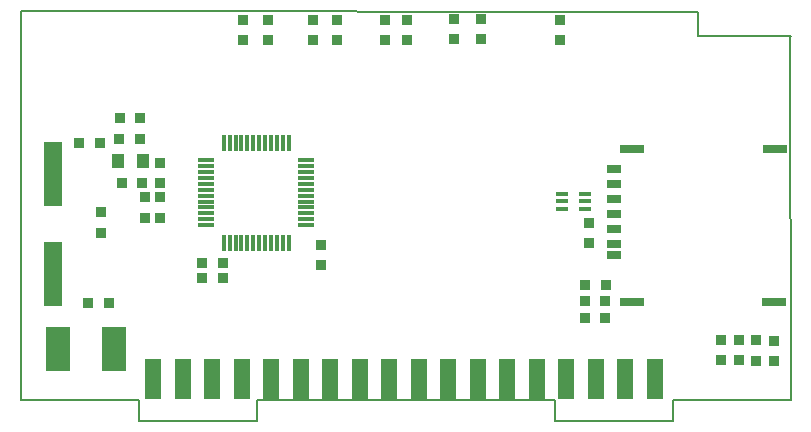
<source format=gbr>
G04 PROTEUS RS274X GERBER FILE*
%FSLAX45Y45*%
%MOMM*%
G01*
%ADD46R,1.480000X0.300000*%
%ADD47R,0.300000X1.480000*%
%ADD48R,1.000000X0.400000*%
%ADD23R,2.032000X3.810000*%
%ADD49R,1.230000X0.650000*%
%ADD50R,2.100000X0.700000*%
%ADD31R,1.397000X3.505200*%
%ADD51R,1.500000X5.500000*%
%ADD39R,0.889000X0.889000*%
%ADD52R,1.016000X1.270000*%
%ADD42C,0.203200*%
D46*
X+2389340Y-2564940D03*
X+2389340Y-2514940D03*
X+2389340Y-2464940D03*
X+2389340Y-2414940D03*
X+2389340Y-2364940D03*
X+2389340Y-2314940D03*
X+2389340Y-2264940D03*
X+2389340Y-2214940D03*
X+2389340Y-2164940D03*
X+2389340Y-2114940D03*
X+2389340Y-2064940D03*
X+2389340Y-2014940D03*
D47*
X+2538340Y-1865940D03*
X+2588340Y-1865940D03*
X+2638340Y-1865940D03*
X+2688340Y-1865940D03*
X+2738340Y-1865940D03*
X+2788340Y-1865940D03*
X+2838340Y-1865940D03*
X+2888340Y-1865940D03*
X+2938340Y-1865940D03*
X+2988340Y-1865940D03*
X+3038340Y-1865940D03*
X+3088340Y-1865940D03*
D46*
X+3237340Y-2014940D03*
X+3237340Y-2064940D03*
X+3237340Y-2114940D03*
X+3237340Y-2164940D03*
X+3237340Y-2214940D03*
X+3237340Y-2264940D03*
X+3237340Y-2314940D03*
X+3237340Y-2364940D03*
X+3237340Y-2414940D03*
X+3237340Y-2464940D03*
X+3237340Y-2514940D03*
X+3237340Y-2564940D03*
D47*
X+3088340Y-2713940D03*
X+3038340Y-2713940D03*
X+2988340Y-2713940D03*
X+2938340Y-2713940D03*
X+2888340Y-2713940D03*
X+2838340Y-2713940D03*
X+2788340Y-2713940D03*
X+2738340Y-2713940D03*
X+2688340Y-2713940D03*
X+2638340Y-2713940D03*
X+2588340Y-2713940D03*
X+2538340Y-2713940D03*
D48*
X+5595000Y-2298500D03*
X+5595000Y-2363500D03*
X+5595000Y-2428500D03*
X+5405000Y-2428500D03*
X+5405000Y-2363500D03*
X+5405000Y-2298500D03*
D23*
X+1608880Y-3617040D03*
X+1136440Y-3617040D03*
D49*
X+5840000Y-2599520D03*
X+5840000Y-2344280D03*
X+5840000Y-2088400D03*
X+5840000Y-2726980D03*
X+5840000Y-2471580D03*
X+5840000Y-2216340D03*
X+5839740Y-2821800D03*
D50*
X+5998560Y-1916440D03*
X+7202860Y-1917600D03*
X+7199980Y-3211960D03*
X+5998560Y-3211680D03*
D31*
X+1940000Y-3870000D03*
X+2190000Y-3870000D03*
X+2440000Y-3870000D03*
X+2690000Y-3870000D03*
X+2940000Y-3870000D03*
X+3190000Y-3870000D03*
X+3440000Y-3870000D03*
X+3690000Y-3870000D03*
X+3940000Y-3870000D03*
X+4190000Y-3870000D03*
X+4440000Y-3870000D03*
X+4690000Y-3870000D03*
X+4940000Y-3870000D03*
X+5190000Y-3870000D03*
X+5440000Y-3870000D03*
X+5690000Y-3870000D03*
X+5940000Y-3870000D03*
X+6190000Y-3870000D03*
D51*
X+1090480Y-2981820D03*
X+1090480Y-2131820D03*
D39*
X+1498100Y-2454580D03*
X+1498100Y-2627300D03*
X+1392900Y-3222600D03*
X+1565620Y-3222600D03*
X+7200000Y-3716200D03*
X+7200000Y-3543480D03*
X+7047460Y-3711460D03*
X+7047460Y-3538740D03*
X+6897300Y-3708740D03*
X+6897300Y-3536020D03*
X+6749520Y-3533820D03*
X+6749520Y-3706540D03*
X+5629900Y-2546300D03*
X+5629900Y-2719020D03*
X+5772100Y-3069600D03*
X+5599380Y-3069600D03*
X+5596940Y-3204200D03*
X+5769660Y-3204200D03*
X+5594300Y-3351540D03*
X+5767020Y-3351540D03*
X+5383280Y-824280D03*
X+5383280Y-997000D03*
D52*
X+1642060Y-2025660D03*
X+1855420Y-2025660D03*
D39*
X+2002780Y-2038300D03*
X+2002780Y-2211020D03*
X+1677620Y-2211080D03*
X+1850340Y-2211080D03*
X+2002800Y-2503220D03*
X+2002800Y-2330500D03*
X+1868120Y-2330460D03*
X+1868120Y-2503180D03*
X+1832660Y-1659880D03*
X+1659940Y-1659880D03*
X+1827580Y-1837680D03*
X+1654860Y-1837680D03*
X+1316940Y-1865640D03*
X+1489660Y-1865640D03*
X+3500300Y-826400D03*
X+3500300Y-999120D03*
X+4090800Y-826400D03*
X+4090800Y-999120D03*
X+4717451Y-817451D03*
X+4717451Y-990171D03*
X+2909800Y-826400D03*
X+2909800Y-999120D03*
X+2699800Y-826400D03*
X+2699800Y-999120D03*
X+3290300Y-826400D03*
X+3290300Y-999120D03*
X+3900800Y-826400D03*
X+3900800Y-999120D03*
X+4487179Y-815911D03*
X+4487179Y-988631D03*
X+3364240Y-2904540D03*
X+3364240Y-2731820D03*
X+2358340Y-2889260D03*
X+2531060Y-2889260D03*
X+2358340Y-3011180D03*
X+2531060Y-3011180D03*
D42*
X+818980Y-4046380D02*
X+818980Y-756380D01*
X+7338980Y-4046380D02*
X+7336440Y-966720D01*
X+817880Y-754380D02*
X+6554000Y-756920D01*
X+1818640Y-4046220D02*
X+1818640Y-4216700D01*
X+1818640Y-4218940D02*
X+2016760Y-4218940D01*
X+1818640Y-4218940D02*
X+2817020Y-4218940D01*
X+2817460Y-4047860D02*
X+2817460Y-4218340D01*
X+2816860Y-4046220D02*
X+5341620Y-4046220D01*
X+1818640Y-4046220D02*
X+817880Y-4046220D01*
X+5341620Y-4218940D02*
X+5341620Y-4046220D01*
X+6339840Y-4046220D02*
X+7338060Y-4046220D01*
X+6339840Y-4218940D02*
X+6339840Y-4046220D01*
X+5341620Y-4218940D02*
X+6339840Y-4218940D01*
X+6554000Y-756920D02*
X+6554000Y-967260D01*
X+7338060Y-967260D01*
M02*

</source>
